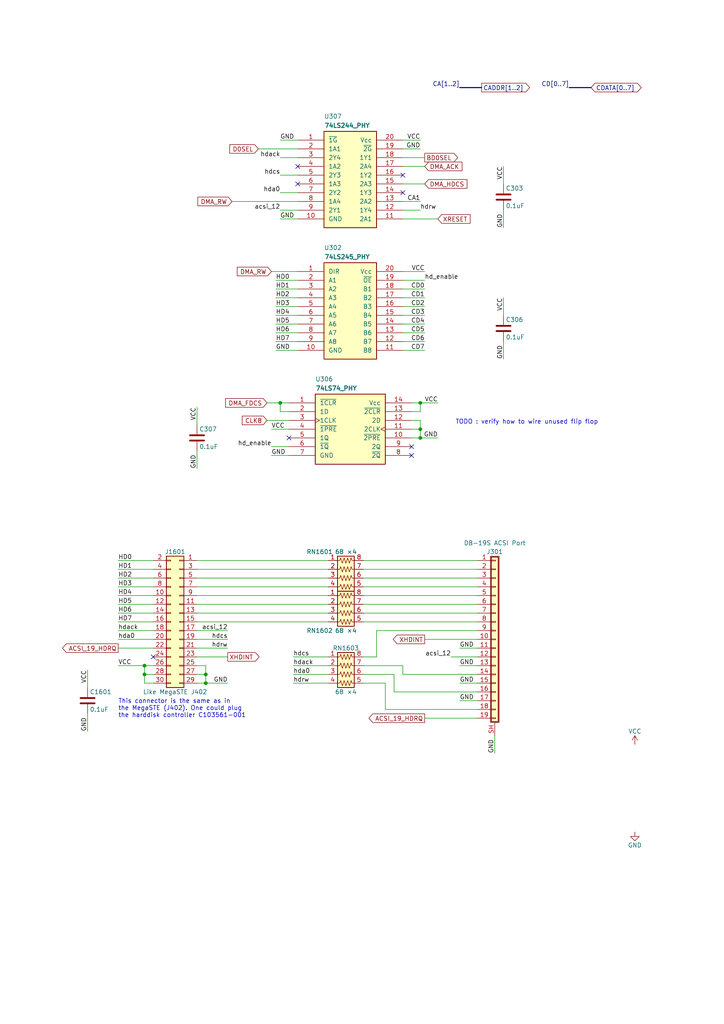
<source format=kicad_sch>
(kicad_sch (version 20211123) (generator eeschema)
  (paper "A4" portrait)
  (title_block (title "ReSTe mignon") (date "2022-07-13") (rev "mk0-0.1") (company "David SPORN") (comment 2 "original repository : https://github.com/sporniket/reste-mignon") (comment 4 "A remake of the Atari STe with some fixes applied and a target size of 25×18cm (B5)"))
  (lib_symbols
    (symbol "74x244:74LS244_PHY" (pin_names (offset 1.27))
      (property "Reference" "U" (at 0 0 0))
      (property "Value" "74LS244_PHY" (at 0 0 0))
      (symbol "74LS244_PHY_0_0"
        (rectangle (start -7.62 13.97) (end 7.62 -13.97) (stroke (width 0.254)) (fill (type background)))
        (pin input line (at -15.24 11.43 0) (length 7.62) (name "~{1G}") (number "1"))
        (pin power_in line (at -15.24 -11.43 0) (length 7.62) (name "GND") (number "10"))
        (pin input line (at 15.24 -11.43 180) (length 7.62) (name "2A1") (number "11"))
        (pin tri_state line (at 15.24 -8.89 180) (length 7.62) (name "1Y4") (number "12"))
        (pin input line (at 15.24 -6.35 180) (length 7.62) (name "2A2") (number "13"))
        (pin tri_state line (at 15.24 -3.81 180) (length 7.62) (name "1Y3") (number "14"))
        (pin input line (at 15.24 -1.27 180) (length 7.62) (name "2A3") (number "15"))
        (pin tri_state line (at 15.24 1.27 180) (length 7.62) (name "1Y2") (number "16"))
        (pin input line (at 15.24 3.81 180) (length 7.62) (name "2A4") (number "17"))
        (pin tri_state line (at 15.24 6.35 180) (length 7.62) (name "1Y1") (number "18"))
        (pin input line (at 15.24 8.89 180) (length 7.62) (name "~{2G}") (number "19"))
        (pin input line (at -15.24 8.89 0) (length 7.62) (name "1A1") (number "2"))
        (pin power_in line (at 15.24 11.43 180) (length 7.62) (name "Vcc") (number "20"))
        (pin tri_state line (at -15.24 6.35 0) (length 7.62) (name "2Y4") (number "3"))
        (pin input line (at -15.24 3.81 0) (length 7.62) (name "1A2") (number "4"))
        (pin tri_state line (at -15.24 1.27 0) (length 7.62) (name "2Y3") (number "5"))
        (pin input line (at -15.24 -1.27 0) (length 7.62) (name "1A3") (number "6"))
        (pin tri_state line (at -15.24 -3.81 0) (length 7.62) (name "2Y2") (number "7"))
        (pin input line (at -15.24 -6.35 0) (length 7.62) (name "1A4") (number "8"))
        (pin tri_state line (at -15.24 -8.89 0) (length 7.62) (name "2Y1") (number "9"))
      )
    )
    (symbol "74x245:74LS245_PHY" (pin_names (offset 1.27))
      (property "Reference" "U" (at 0 0 0))
      (property "Value" "74LS245_PHY" (at 0 0 0))
      (symbol "74LS245_PHY_0_0"
        (rectangle (start -7.62 13.97) (end 7.62 -13.97) (stroke (width 0.254)) (fill (type background)))
        (pin input line (at -15.24 11.43 0) (length 7.62) (name "DIR") (number "1"))
        (pin power_in line (at -15.24 -11.43 0) (length 7.62) (name "GND") (number "10"))
        (pin tri_state line (at 15.24 -11.43 180) (length 7.62) (name "B8") (number "11"))
        (pin tri_state line (at 15.24 -8.89 180) (length 7.62) (name "B7") (number "12"))
        (pin tri_state line (at 15.24 -6.35 180) (length 7.62) (name "B6") (number "13"))
        (pin tri_state line (at 15.24 -3.81 180) (length 7.62) (name "B5") (number "14"))
        (pin tri_state line (at 15.24 -1.27 180) (length 7.62) (name "B4") (number "15"))
        (pin tri_state line (at 15.24 1.27 180) (length 7.62) (name "B3") (number "16"))
        (pin tri_state line (at 15.24 3.81 180) (length 7.62) (name "B2") (number "17"))
        (pin tri_state line (at 15.24 6.35 180) (length 7.62) (name "B1") (number "18"))
        (pin input line (at 15.24 8.89 180) (length 7.62) (name "~{OE}") (number "19"))
        (pin tri_state line (at -15.24 8.89 0) (length 7.62) (name "A1") (number "2"))
        (pin power_in line (at 15.24 11.43 180) (length 7.62) (name "Vcc") (number "20"))
        (pin tri_state line (at -15.24 6.35 0) (length 7.62) (name "A2") (number "3"))
        (pin tri_state line (at -15.24 3.81 0) (length 7.62) (name "A3") (number "4"))
        (pin tri_state line (at -15.24 1.27 0) (length 7.62) (name "A4") (number "5"))
        (pin tri_state line (at -15.24 -1.27 0) (length 7.62) (name "A5") (number "6"))
        (pin tri_state line (at -15.24 -3.81 0) (length 7.62) (name "A6") (number "7"))
        (pin tri_state line (at -15.24 -6.35 0) (length 7.62) (name "A7") (number "8"))
        (pin tri_state line (at -15.24 -8.89 0) (length 7.62) (name "A8") (number "9"))
      )
    )
    (symbol "74x74:74LS74_PHY" (pin_names (offset 1.27))
      (property "Reference" "U" (at 0 0 0))
      (property "Value" "74LS74_PHY" (at 0 0 0))
      (symbol "74LS74_PHY_0_0"
        (rectangle (start -10.16 10.16) (end 10.16 -10.16) (stroke (width 0.254)) (fill (type background)))
        (pin input line (at -17.78 7.62 0) (length 7.62) (name "~{1CLR}") (number "1"))
        (pin input line (at 17.78 -2.54 180) (length 7.62) (name "~{2PRE}") (number "10"))
        (pin input clock (at 17.78 0 180) (length 7.62) (name "2CLK") (number "11"))
        (pin input line (at 17.78 2.54 180) (length 7.62) (name "2D") (number "12"))
        (pin input line (at 17.78 5.08 180) (length 7.62) (name "~{2CLR}") (number "13"))
        (pin power_in line (at 17.78 7.62 180) (length 7.62) (name "Vcc") (number "14"))
        (pin input line (at -17.78 5.08 0) (length 7.62) (name "1D") (number "2"))
        (pin input clock (at -17.78 2.54 0) (length 7.62) (name "1CLK") (number "3"))
        (pin input line (at -17.78 0 0) (length 7.62) (name "~{1PRE}") (number "4"))
        (pin output line (at -17.78 -2.54 0) (length 7.62) (name "1Q") (number "5"))
        (pin output line (at -17.78 -5.08 0) (length 7.62) (name "~{1Q}") (number "6"))
        (pin power_in line (at -17.78 -7.62 0) (length 7.62) (name "GND") (number "7"))
        (pin output line (at 17.78 -7.62 180) (length 7.62) (name "~{2Q}") (number "8"))
        (pin output line (at 17.78 -5.08 180) (length 7.62) (name "2Q") (number "9"))
      )
    )
    (symbol "Connector_Generic:Conn_02x15_Odd_Even" (pin_names (offset 1.016) hide)
      (property "Reference" "J" (at 1.27 20.32 0))
      (property "Value" "Conn_02x15_Odd_Even" (at 1.27 -20.32 0))
      (symbol "Conn_02x15_Odd_Even_1_1"
        (rectangle (start -1.27 -17.653) (end 0 -17.907) (stroke (width 0.1524)))
        (rectangle (start -1.27 -15.113) (end 0 -15.367) (stroke (width 0.1524)))
        (rectangle (start -1.27 -12.573) (end 0 -12.827) (stroke (width 0.1524)))
        (rectangle (start -1.27 -10.033) (end 0 -10.287) (stroke (width 0.1524)))
        (rectangle (start -1.27 -7.493) (end 0 -7.747) (stroke (width 0.1524)))
        (rectangle (start -1.27 -4.953) (end 0 -5.207) (stroke (width 0.1524)))
        (rectangle (start -1.27 -2.413) (end 0 -2.667) (stroke (width 0.1524)))
        (rectangle (start -1.27 0.127) (end 0 -0.127) (stroke (width 0.1524)))
        (rectangle (start -1.27 2.667) (end 0 2.413) (stroke (width 0.1524)))
        (rectangle (start -1.27 5.207) (end 0 4.953) (stroke (width 0.1524)))
        (rectangle (start -1.27 7.747) (end 0 7.493) (stroke (width 0.1524)))
        (rectangle (start -1.27 10.287) (end 0 10.033) (stroke (width 0.1524)))
        (rectangle (start -1.27 12.827) (end 0 12.573) (stroke (width 0.1524)))
        (rectangle (start -1.27 15.367) (end 0 15.113) (stroke (width 0.1524)))
        (rectangle (start -1.27 17.907) (end 0 17.653) (stroke (width 0.1524)))
        (rectangle (start -1.27 19.05) (end 3.81 -19.05) (stroke (width 0.254)) (fill (type background)))
        (rectangle (start 3.81 -17.653) (end 2.54 -17.907) (stroke (width 0.1524)))
        (rectangle (start 3.81 -15.113) (end 2.54 -15.367) (stroke (width 0.1524)))
        (rectangle (start 3.81 -12.573) (end 2.54 -12.827) (stroke (width 0.1524)))
        (rectangle (start 3.81 -10.033) (end 2.54 -10.287) (stroke (width 0.1524)))
        (rectangle (start 3.81 -7.493) (end 2.54 -7.747) (stroke (width 0.1524)))
        (rectangle (start 3.81 -4.953) (end 2.54 -5.207) (stroke (width 0.1524)))
        (rectangle (start 3.81 -2.413) (end 2.54 -2.667) (stroke (width 0.1524)))
        (rectangle (start 3.81 0.127) (end 2.54 -0.127) (stroke (width 0.1524)))
        (rectangle (start 3.81 2.667) (end 2.54 2.413) (stroke (width 0.1524)))
        (rectangle (start 3.81 5.207) (end 2.54 4.953) (stroke (width 0.1524)))
        (rectangle (start 3.81 7.747) (end 2.54 7.493) (stroke (width 0.1524)))
        (rectangle (start 3.81 10.287) (end 2.54 10.033) (stroke (width 0.1524)))
        (rectangle (start 3.81 12.827) (end 2.54 12.573) (stroke (width 0.1524)))
        (rectangle (start 3.81 15.367) (end 2.54 15.113) (stroke (width 0.1524)))
        (rectangle (start 3.81 17.907) (end 2.54 17.653) (stroke (width 0.1524)))
        (pin passive line (at -5.08 17.78 0) (length 3.81) (name "Pin_1") (number "1"))
        (pin passive line (at 7.62 7.62 180) (length 3.81) (name "Pin_10") (number "10"))
        (pin passive line (at -5.08 5.08 0) (length 3.81) (name "Pin_11") (number "11"))
        (pin passive line (at 7.62 5.08 180) (length 3.81) (name "Pin_12") (number "12"))
        (pin passive line (at -5.08 2.54 0) (length 3.81) (name "Pin_13") (number "13"))
        (pin passive line (at 7.62 2.54 180) (length 3.81) (name "Pin_14") (number "14"))
        (pin passive line (at -5.08 0 0) (length 3.81) (name "Pin_15") (number "15"))
        (pin passive line (at 7.62 0 180) (length 3.81) (name "Pin_16") (number "16"))
        (pin passive line (at -5.08 -2.54 0) (length 3.81) (name "Pin_17") (number "17"))
        (pin passive line (at 7.62 -2.54 180) (length 3.81) (name "Pin_18") (number "18"))
        (pin passive line (at -5.08 -5.08 0) (length 3.81) (name "Pin_19") (number "19"))
        (pin passive line (at 7.62 17.78 180) (length 3.81) (name "Pin_2") (number "2"))
        (pin passive line (at 7.62 -5.08 180) (length 3.81) (name "Pin_20") (number "20"))
        (pin passive line (at -5.08 -7.62 0) (length 3.81) (name "Pin_21") (number "21"))
        (pin passive line (at 7.62 -7.62 180) (length 3.81) (name "Pin_22") (number "22"))
        (pin passive line (at -5.08 -10.16 0) (length 3.81) (name "Pin_23") (number "23"))
        (pin passive line (at 7.62 -10.16 180) (length 3.81) (name "Pin_24") (number "24"))
        (pin passive line (at -5.08 -12.7 0) (length 3.81) (name "Pin_25") (number "25"))
        (pin passive line (at 7.62 -12.7 180) (length 3.81) (name "Pin_26") (number "26"))
        (pin passive line (at -5.08 -15.24 0) (length 3.81) (name "Pin_27") (number "27"))
        (pin passive line (at 7.62 -15.24 180) (length 3.81) (name "Pin_28") (number "28"))
        (pin passive line (at -5.08 -17.78 0) (length 3.81) (name "Pin_29") (number "29"))
        (pin passive line (at -5.08 15.24 0) (length 3.81) (name "Pin_3") (number "3"))
        (pin passive line (at 7.62 -17.78 180) (length 3.81) (name "Pin_30") (number "30"))
        (pin passive line (at 7.62 15.24 180) (length 3.81) (name "Pin_4") (number "4"))
        (pin passive line (at -5.08 12.7 0) (length 3.81) (name "Pin_5") (number "5"))
        (pin passive line (at 7.62 12.7 180) (length 3.81) (name "Pin_6") (number "6"))
        (pin passive line (at -5.08 10.16 0) (length 3.81) (name "Pin_7") (number "7"))
        (pin passive line (at 7.62 10.16 180) (length 3.81) (name "Pin_8") (number "8"))
        (pin passive line (at -5.08 7.62 0) (length 3.81) (name "Pin_9") (number "9"))
      )
    )
    (symbol "Connector_Generic_Shielded:Conn_01x19_Shielded" (pin_names (offset 1.016) hide)
      (property "Reference" "J" (at 0.254 25.146 0))
      (property "Value" "Conn_01x19_Shielded" (at 1.016 -25.146 0))
      (symbol "Conn_01x19_Shielded_1_1"
        (rectangle (start -1.27 24.13) (end 1.27 -24.13) (stroke (width 0.1524)))
        (rectangle (start -1.016 -22.733) (end 0.254 -22.987) (stroke (width 0.1524)))
        (rectangle (start -1.016 -20.193) (end 0.254 -20.447) (stroke (width 0.1524)))
        (rectangle (start -1.016 -17.653) (end 0.254 -17.907) (stroke (width 0.1524)))
        (rectangle (start -1.016 -15.113) (end 0.254 -15.367) (stroke (width 0.1524)))
        (rectangle (start -1.016 -12.573) (end 0.254 -12.827) (stroke (width 0.1524)))
        (rectangle (start -1.016 -10.033) (end 0.254 -10.287) (stroke (width 0.1524)))
        (rectangle (start -1.016 -7.493) (end 0.254 -7.747) (stroke (width 0.1524)))
        (rectangle (start -1.016 -4.953) (end 0.254 -5.207) (stroke (width 0.1524)))
        (rectangle (start -1.016 -2.413) (end 0.254 -2.667) (stroke (width 0.1524)))
        (rectangle (start -1.016 0.127) (end 0.254 -0.127) (stroke (width 0.1524)))
        (rectangle (start -1.016 2.667) (end 0.254 2.413) (stroke (width 0.1524)))
        (rectangle (start -1.016 5.207) (end 0.254 4.953) (stroke (width 0.1524)))
        (rectangle (start -1.016 7.747) (end 0.254 7.493) (stroke (width 0.1524)))
        (rectangle (start -1.016 10.287) (end 0.254 10.033) (stroke (width 0.1524)))
        (rectangle (start -1.016 12.827) (end 0.254 12.573) (stroke (width 0.1524)))
        (rectangle (start -1.016 15.367) (end 0.254 15.113) (stroke (width 0.1524)))
        (rectangle (start -1.016 17.907) (end 0.254 17.653) (stroke (width 0.1524)))
        (rectangle (start -1.016 20.447) (end 0.254 20.193) (stroke (width 0.1524)))
        (rectangle (start -1.016 22.987) (end 0.254 22.733) (stroke (width 0.1524)))
        (rectangle (start -1.016 23.876) (end 1.016 -23.876) (stroke (width 0.254)) (fill (type background)))
        (pin passive line (at -5.08 22.86 0) (length 4.064) (name "Pin_1") (number "1"))
        (pin passive line (at -5.08 0 0) (length 4.064) (name "Pin_10") (number "10"))
        (pin passive line (at -5.08 -2.54 0) (length 4.064) (name "Pin_11") (number "11"))
        (pin passive line (at -5.08 -5.08 0) (length 4.064) (name "Pin_12") (number "12"))
        (pin passive line (at -5.08 -7.62 0) (length 4.064) (name "Pin_13") (number "13"))
        (pin passive line (at -5.08 -10.16 0) (length 4.064) (name "Pin_14") (number "14"))
        (pin passive line (at -5.08 -12.7 0) (length 4.064) (name "Pin_15") (number "15"))
        (pin passive line (at -5.08 -15.24 0) (length 4.064) (name "Pin_16") (number "16"))
        (pin passive line (at -5.08 -17.78 0) (length 4.064) (name "Pin_17") (number "17"))
        (pin passive line (at -5.08 -20.32 0) (length 4.064) (name "Pin_18") (number "18"))
        (pin passive line (at -5.08 -22.86 0) (length 4.064) (name "Pin_19") (number "19"))
        (pin passive line (at -5.08 20.32 0) (length 4.064) (name "Pin_2") (number "2"))
        (pin passive line (at -5.08 17.78 0) (length 4.064) (name "Pin_3") (number "3"))
        (pin passive line (at -5.08 15.24 0) (length 4.064) (name "Pin_4") (number "4"))
        (pin passive line (at -5.08 12.7 0) (length 4.064) (name "Pin_5") (number "5"))
        (pin passive line (at -5.08 10.16 0) (length 4.064) (name "Pin_6") (number "6"))
        (pin passive line (at -5.08 7.62 0) (length 4.064) (name "Pin_7") (number "7"))
        (pin passive line (at -5.08 5.08 0) (length 4.064) (name "Pin_8") (number "8"))
        (pin passive line (at -5.08 2.54 0) (length 4.064) (name "Pin_9") (number "9"))
        (pin passive line (at 0 -27.94 90) (length 3.81) (name "Shield") (number "SH"))
      )
    )
    (symbol "Device:C" (pin_numbers hide) (pin_names (offset 0.254))
      (property "Reference" "C" (at 0.635 2.54 0))
      (property "Value" "C" (at 0.635 -2.54 0))
      (symbol "C_0_1"
        (polyline (pts (xy -2.032 -0.762) (xy 2.032 -0.762)) (stroke (width 0.508)))
        (polyline (pts (xy -2.032 0.762) (xy 2.032 0.762)) (stroke (width 0.508)))
      )
      (symbol "C_1_1"
        (pin passive line (at 0 3.81 270) (length 2.794) (name "~") (number "1"))
        (pin passive line (at 0 -3.81 90) (length 2.794) (name "~") (number "2"))
      )
    )
    (symbol "custom_passives:R_Pack04_US" (pin_names (offset 0) hide)
      (property "Reference" "RN" (at -7.62 0 90))
      (property "Value" "R_Pack04_US" (at 5.08 0 90))
      (symbol "R_Pack04_US_0_1"
        (rectangle (start -6.35 -2.413) (end 3.81 2.413) (stroke (width 0.254)) (fill (type background)))
        (polyline (pts (xy -5.08 -2.54) (xy -5.08 -1.905)))
        (polyline (pts (xy -5.08 1.905) (xy -5.08 2.54)))
        (polyline (pts (xy -2.54 -2.54) (xy -2.54 -1.905)))
        (polyline (pts (xy -2.54 1.905) (xy -2.54 2.54)))
        (polyline (pts (xy 0 -2.54) (xy 0 -1.905)))
        (polyline (pts (xy 0 1.905) (xy 0 2.54)))
        (polyline (pts (xy 2.54 -2.54) (xy 2.54 -1.905)))
        (polyline (pts (xy 2.54 1.905) (xy 2.54 2.54)))
        (polyline (pts (xy -5.08 -1.778) (xy -5.842 -1.524) (xy -4.318 -1.016) (xy -5.842 -0.508) (xy -4.318 0) (xy -5.842 0.508) (xy -4.318 1.016) (xy -5.842 1.524) (xy -5.08 1.778)))
        (polyline (pts (xy -2.54 -1.778) (xy -3.302 -1.524) (xy -1.778 -1.016) (xy -3.302 -0.508) (xy -1.778 0) (xy -3.302 0.508) (xy -1.778 1.016) (xy -3.302 1.524) (xy -2.54 1.778)))
      )
      (symbol "R_Pack04_US_1_1"
        (polyline (pts (xy 0 -1.778) (xy -0.762 -1.524) (xy 0.762 -1.016) (xy -0.762 -0.508) (xy 0.762 0) (xy -0.762 0.508) (xy 0.762 1.016) (xy -0.762 1.524) (xy 0 1.778)))
        (polyline (pts (xy 2.54 -1.778) (xy 1.778 -1.524) (xy 3.302 -1.016) (xy 1.778 -0.508) (xy 3.302 0) (xy 1.778 0.508) (xy 3.302 1.016) (xy 1.778 1.524) (xy 2.54 1.778)))
        (pin passive line (at -5.08 -5.08 90) (length 2.54) (name "R1.1") (number "1"))
        (pin passive line (at -2.54 -5.08 90) (length 2.54) (name "R2.1") (number "2"))
        (pin passive line (at 0 -5.08 90) (length 2.54) (name "R3.1") (number "3"))
        (pin passive line (at 2.54 -5.08 90) (length 2.54) (name "R4.1") (number "4"))
        (pin passive line (at 2.54 5.08 270) (length 2.54) (name "R4.2") (number "5"))
        (pin passive line (at 0 5.08 270) (length 2.54) (name "R3.2") (number "6"))
        (pin passive line (at -2.54 5.08 270) (length 2.54) (name "R2.2") (number "7"))
        (pin passive line (at -5.08 5.08 270) (length 2.54) (name "R1.2") (number "8"))
      )
    )
    (symbol "power:GND" (power) (pin_names (offset 0))
      (property "Value" "GND" (at 0 -3.81 0))
      (symbol "GND_0_1"
        (polyline (pts (xy 0 0) (xy 0 -1.27) (xy 1.27 -1.27) (xy 0 -2.54) (xy -1.27 -1.27) (xy 0 -1.27)))
      )
      (symbol "GND_1_1"
        (pin power_in line (at 0 0 270) (length 0) hide (name "GND") (number "1"))
      )
    )
    (symbol "power:VCC" (power) (pin_names (offset 0))
      (property "Value" "VCC" (at 0 3.81 0))
      (symbol "VCC_0_1"
        (polyline (pts (xy -0.762 1.27) (xy 0 2.54)))
        (polyline (pts (xy 0 0) (xy 0 2.54)))
        (polyline (pts (xy 0 2.54) (xy 0.762 1.27)))
      )
      (symbol "VCC_1_1"
        (pin power_in line (at 0 0 90) (length 0) hide (name "VCC") (number "1"))
      )
    )
  )
  (junction (at 121.92 127))
  (junction (at 41.91 195.58))
  (junction (at 121.92 124.46))
  (junction (at 59.69 198.12))
  (junction (at 121.92 116.84))
  (junction (at 81.28 116.84))
  (junction (at 41.91 193.04))
  (junction (at 59.69 195.58))
  (no_connect (at 116.84 55.88))
  (no_connect (at 119.38 129.54))
  (no_connect (at 116.84 50.8))
  (no_connect (at 119.38 132.08))
  (no_connect (at 44.45 190.5))
  (no_connect (at 86.36 53.34))
  (no_connect (at 83.82 127))
  (no_connect (at 86.36 48.26))
  (wire (pts (xy 80.01 83.82) (xy 86.36 83.82)))
  (wire (pts (xy 57.15 198.12) (xy 59.69 198.12)))
  (wire (pts (xy 34.29 172.72) (xy 44.45 172.72)))
  (wire (pts (xy 105.41 162.56) (xy 138.43 162.56)))
  (wire (pts (xy 44.45 198.12) (xy 41.91 198.12)))
  (wire (pts (xy 80.01 93.98) (xy 86.36 93.98)))
  (wire (pts (xy 80.01 101.6) (xy 86.36 101.6)))
  (wire (pts (xy 34.29 175.26) (xy 44.45 175.26)))
  (wire (pts (xy 34.29 165.1) (xy 44.45 165.1)))
  (wire (pts (xy 81.28 116.84) (xy 83.82 116.84)))
  (wire (pts (xy 78.74 129.54) (xy 83.82 129.54)))
  (wire (pts (xy 111.76 205.74) (xy 138.43 205.74)))
  (wire (pts (xy 41.91 195.58) (xy 41.91 193.04)))
  (wire (pts (xy 81.28 50.8) (xy 86.36 50.8)))
  (wire (pts (xy 105.41 198.12) (xy 111.76 198.12)))
  (wire (pts (xy 59.69 198.12) (xy 66.04 198.12)))
  (wire (pts (xy 116.84 60.96) (xy 121.92 60.96)))
  (wire (pts (xy 81.28 60.96) (xy 86.36 60.96)))
  (wire (pts (xy 57.15 193.04) (xy 59.69 193.04)))
  (wire (pts (xy 57.15 170.18) (xy 95.25 170.18)))
  (wire (pts (xy 25.4 194.31) (xy 25.4 199.39)))
  (bus (pts (xy 165.1 25.4) (xy 171.45 25.4)))
  (wire (pts (xy 105.41 177.8) (xy 138.43 177.8)))
  (wire (pts (xy 57.15 190.5) (xy 66.04 190.5)))
  (wire (pts (xy 105.41 170.18) (xy 138.43 170.18)))
  (wire (pts (xy 116.84 101.6) (xy 123.19 101.6)))
  (wire (pts (xy 85.09 198.12) (xy 95.25 198.12)))
  (wire (pts (xy 105.41 190.5) (xy 109.22 190.5)))
  (wire (pts (xy 114.3 195.58) (xy 114.3 200.66)))
  (wire (pts (xy 105.41 193.04) (xy 116.84 193.04)))
  (wire (pts (xy 105.41 195.58) (xy 114.3 195.58)))
  (wire (pts (xy 116.84 40.64) (xy 121.92 40.64)))
  (wire (pts (xy 85.09 195.58) (xy 95.25 195.58)))
  (wire (pts (xy 78.74 124.46) (xy 83.82 124.46)))
  (wire (pts (xy 67.31 58.42) (xy 86.36 58.42)))
  (wire (pts (xy 81.28 119.38) (xy 81.28 116.84)))
  (bus (pts (xy 133.35 25.4) (xy 139.7 25.4)))
  (wire (pts (xy 121.92 127) (xy 127 127)))
  (wire (pts (xy 80.01 91.44) (xy 86.36 91.44)))
  (wire (pts (xy 105.41 180.34) (xy 138.43 180.34)))
  (wire (pts (xy 123.19 208.28) (xy 138.43 208.28)))
  (wire (pts (xy 119.38 116.84) (xy 121.92 116.84)))
  (wire (pts (xy 83.82 119.38) (xy 81.28 119.38)))
  (wire (pts (xy 34.29 180.34) (xy 44.45 180.34)))
  (wire (pts (xy 130.81 190.5) (xy 138.43 190.5)))
  (wire (pts (xy 80.01 81.28) (xy 86.36 81.28)))
  (wire (pts (xy 34.29 185.42) (xy 44.45 185.42)))
  (wire (pts (xy 25.4 207.01) (xy 25.4 212.09)))
  (wire (pts (xy 116.84 63.5) (xy 127 63.5)))
  (wire (pts (xy 57.15 175.26) (xy 95.25 175.26)))
  (wire (pts (xy 121.92 124.46) (xy 121.92 127)))
  (wire (pts (xy 57.15 195.58) (xy 59.69 195.58)))
  (wire (pts (xy 34.29 177.8) (xy 44.45 177.8)))
  (wire (pts (xy 59.69 193.04) (xy 59.69 195.58)))
  (wire (pts (xy 114.3 200.66) (xy 138.43 200.66)))
  (wire (pts (xy 57.15 177.8) (xy 95.25 177.8)))
  (wire (pts (xy 34.29 167.64) (xy 44.45 167.64)))
  (wire (pts (xy 116.84 78.74) (xy 123.19 78.74)))
  (wire (pts (xy 133.35 203.2) (xy 138.43 203.2)))
  (wire (pts (xy 105.41 172.72) (xy 138.43 172.72)))
  (wire (pts (xy 116.84 48.26) (xy 123.19 48.26)))
  (wire (pts (xy 81.28 45.72) (xy 86.36 45.72)))
  (wire (pts (xy 116.84 81.28) (xy 123.19 81.28)))
  (wire (pts (xy 119.38 127) (xy 121.92 127)))
  (wire (pts (xy 41.91 193.04) (xy 44.45 193.04)))
  (wire (pts (xy 59.69 195.58) (xy 59.69 198.12)))
  (wire (pts (xy 66.04 182.88) (xy 57.15 182.88)))
  (wire (pts (xy 80.01 99.06) (xy 86.36 99.06)))
  (wire (pts (xy 116.84 45.72) (xy 123.19 45.72)))
  (wire (pts (xy 111.76 198.12) (xy 111.76 205.74)))
  (wire (pts (xy 80.01 86.36) (xy 86.36 86.36)))
  (wire (pts (xy 116.84 88.9) (xy 123.19 88.9)))
  (wire (pts (xy 121.92 116.84) (xy 127 116.84)))
  (wire (pts (xy 66.04 187.96) (xy 57.15 187.96)))
  (wire (pts (xy 116.84 195.58) (xy 116.84 193.04)))
  (wire (pts (xy 34.29 187.96) (xy 44.45 187.96)))
  (wire (pts (xy 116.84 58.42) (xy 121.92 58.42)))
  (wire (pts (xy 116.84 53.34) (xy 123.19 53.34)))
  (wire (pts (xy 57.15 167.64) (xy 95.25 167.64)))
  (wire (pts (xy 81.28 55.88) (xy 86.36 55.88)))
  (wire (pts (xy 146.05 48.26) (xy 146.05 53.34)))
  (wire (pts (xy 133.35 193.04) (xy 138.43 193.04)))
  (wire (pts (xy 85.09 190.5) (xy 95.25 190.5)))
  (wire (pts (xy 74.93 43.18) (xy 86.36 43.18)))
  (wire (pts (xy 81.28 40.64) (xy 86.36 40.64)))
  (wire (pts (xy 57.15 130.81) (xy 57.15 135.89)))
  (wire (pts (xy 105.41 175.26) (xy 138.43 175.26)))
  (wire (pts (xy 34.29 162.56) (xy 44.45 162.56)))
  (wire (pts (xy 109.22 190.5) (xy 109.22 182.88)))
  (wire (pts (xy 143.51 218.44) (xy 143.51 213.36)))
  (wire (pts (xy 146.05 86.36) (xy 146.05 91.44)))
  (wire (pts (xy 119.38 124.46) (xy 121.92 124.46)))
  (wire (pts (xy 105.41 167.64) (xy 138.43 167.64)))
  (wire (pts (xy 41.91 198.12) (xy 41.91 195.58)))
  (wire (pts (xy 44.45 195.58) (xy 41.91 195.58)))
  (wire (pts (xy 34.29 170.18) (xy 44.45 170.18)))
  (wire (pts (xy 121.92 119.38) (xy 119.38 119.38)))
  (wire (pts (xy 116.84 99.06) (xy 123.19 99.06)))
  (wire (pts (xy 116.84 83.82) (xy 123.19 83.82)))
  (wire (pts (xy 85.09 193.04) (xy 95.25 193.04)))
  (wire (pts (xy 57.15 180.34) (xy 95.25 180.34)))
  (wire (pts (xy 109.22 182.88) (xy 138.43 182.88)))
  (wire (pts (xy 146.05 99.06) (xy 146.05 104.14)))
  (wire (pts (xy 119.38 121.92) (xy 121.92 121.92)))
  (wire (pts (xy 81.28 63.5) (xy 86.36 63.5)))
  (wire (pts (xy 116.84 96.52) (xy 123.19 96.52)))
  (wire (pts (xy 57.15 185.42) (xy 66.04 185.42)))
  (wire (pts (xy 80.01 96.52) (xy 86.36 96.52)))
  (wire (pts (xy 116.84 93.98) (xy 123.19 93.98)))
  (wire (pts (xy 116.84 91.44) (xy 123.19 91.44)))
  (wire (pts (xy 116.84 43.18) (xy 121.92 43.18)))
  (wire (pts (xy 105.41 165.1) (xy 138.43 165.1)))
  (wire (pts (xy 57.15 118.11) (xy 57.15 123.19)))
  (wire (pts (xy 78.74 132.08) (xy 83.82 132.08)))
  (wire (pts (xy 133.35 187.96) (xy 138.43 187.96)))
  (wire (pts (xy 34.29 193.04) (xy 41.91 193.04)))
  (wire (pts (xy 123.19 185.42) (xy 138.43 185.42)))
  (wire (pts (xy 34.29 182.88) (xy 44.45 182.88)))
  (wire (pts (xy 116.84 86.36) (xy 123.19 86.36)))
  (wire (pts (xy 77.47 121.92) (xy 83.82 121.92)))
  (wire (pts (xy 57.15 162.56) (xy 95.25 162.56)))
  (wire (pts (xy 121.92 116.84) (xy 121.92 119.38)))
  (wire (pts (xy 57.15 172.72) (xy 95.25 172.72)))
  (wire (pts (xy 146.05 60.96) (xy 146.05 66.04)))
  (wire (pts (xy 121.92 121.92) (xy 121.92 124.46)))
  (wire (pts (xy 133.35 198.12) (xy 138.43 198.12)))
  (wire (pts (xy 80.01 88.9) (xy 86.36 88.9)))
  (wire (pts (xy 57.15 165.1) (xy 95.25 165.1)))
  (wire (pts (xy 78.74 78.74) (xy 86.36 78.74)))
  (wire (pts (xy 138.43 195.58) (xy 116.84 195.58)))
  (wire (pts (xy 81.28 116.84) (xy 77.47 116.84)))
  (text "This connector is the same as in \nthe MegaSTE (J402). One could plug \nthe harddisk controller C103561-001" (at 34.29 208.28 0) (effects (font (size 1.27 1.27)) (justify left bottom)))
  (text "TODO : verify how to wire unused flip flop" (at 132.08 123.19 0) (effects (font (size 1.27 1.27)) (justify left bottom)))
  (label "hdrw" (at 85.09 198.12 0))
  (label "CA[1..2]" (at 133.35 25.4 180))
  (label "HD1" (at 80.01 83.82 0))
  (label "HD5" (at 34.29 175.26 0))
  (label "VCC" (at 34.29 193.04 0))
  (label "hd_enable" (at 78.74 129.54 180))
  (label "GND" (at 80.01 101.6 0))
  (label "HD3" (at 80.01 88.9 0))
  (label "CA1" (at 121.92 58.42 180))
  (label "HD0" (at 80.01 81.28 0))
  (label "hdcs" (at 85.09 190.5 0))
  (label "HD4" (at 34.29 172.72 0))
  (label "VCC" (at 123.19 78.74 180))
  (label "GND" (at 146.05 104.14 90))
  (label "HD1" (at 34.29 165.1 0))
  (label "hdack" (at 85.09 193.04 0))
  (label "HD3" (at 34.29 170.18 0))
  (label "GND" (at 133.35 198.12 0))
  (label "VCC" (at 25.4 194.31 270))
  (label "HD7" (at 34.29 180.34 0))
  (label "VCC" (at 78.74 124.46 0))
  (label "acsi_12" (at 130.81 190.5 180))
  (label "hda0" (at 34.29 185.42 0))
  (label "GND" (at 66.04 198.12 180))
  (label "HD7" (at 80.01 99.06 0))
  (label "VCC" (at 146.05 48.26 270))
  (label "GND" (at 127 127 180))
  (label "hdcs" (at 66.04 185.42 180))
  (label "GND" (at 57.15 135.89 90))
  (label "HD5" (at 80.01 93.98 0))
  (label "GND" (at 133.35 187.96 0))
  (label "GND" (at 146.05 66.04 90))
  (label "hdrw" (at 121.92 60.96 0))
  (label "GND" (at 133.35 203.2 0))
  (label "acsi_12" (at 66.04 182.88 180))
  (label "CD0" (at 123.19 83.82 180))
  (label "acsi_12" (at 81.28 60.96 180))
  (label "CD[0..7]" (at 165.1 25.4 180))
  (label "GND" (at 143.51 218.44 90))
  (label "CD4" (at 123.19 93.98 180))
  (label "GND" (at 25.4 212.09 90))
  (label "HD4" (at 80.01 91.44 0))
  (label "GND" (at 81.28 63.5 0))
  (label "VCC" (at 121.92 40.64 180))
  (label "hd_enable" (at 123.19 81.28 0))
  (label "CD2" (at 123.19 88.9 180))
  (label "CD5" (at 123.19 96.52 180))
  (label "GND" (at 133.35 193.04 0))
  (label "hda0" (at 81.28 55.88 180))
  (label "CD6" (at 123.19 99.06 180))
  (label "hdack" (at 81.28 45.72 180))
  (label "CD7" (at 123.19 101.6 180))
  (label "hdcs" (at 81.28 50.8 180))
  (label "VCC" (at 57.15 118.11 270))
  (label "hda0" (at 85.09 195.58 0))
  (label "CD1" (at 123.19 86.36 180))
  (label "hdrw" (at 66.04 187.96 180))
  (label "GND" (at 81.28 40.64 0))
  (label "HD0" (at 34.29 162.56 0))
  (label "CD3" (at 123.19 91.44 180))
  (label "VCC" (at 127 116.84 180))
  (label "hdack" (at 34.29 182.88 0))
  (label "HD6" (at 34.29 177.8 0))
  (label "VCC" (at 146.05 86.36 270))
  (label "GND" (at 78.74 132.08 0))
  (label "GND" (at 121.92 43.18 180))
  (label "HD2" (at 80.01 86.36 0))
  (label "HD6" (at 80.01 96.52 0))
  (label "HD2" (at 34.29 167.64 0))
  (global_label "XHDINT" (shape output) (at 66.04 190.5 0) (property "Intersheet References" "${INTERSHEET_REFS}" (effects hide)))
  (global_label "DMA_RW" (shape input) (at 78.74 78.74 180) (property "Intersheet References" "${INTERSHEET_REFS}" (effects hide)))
  (global_label "DMA_HDCS" (shape input) (at 123.19 53.34 0) (property "Intersheet References" "${INTERSHEET_REFS}" (effects hide)))
  (global_label "XHDINT" (shape output) (at 123.19 185.42 180) (property "Intersheet References" "${INTERSHEET_REFS}" (effects hide)))
  (global_label "CLK8" (shape input) (at 77.47 121.92 180) (property "Intersheet References" "${INTERSHEET_REFS}" (effects hide)))
  (global_label "BD0SEL" (shape output) (at 123.19 45.72 0) (property "Intersheet References" "${INTERSHEET_REFS}" (effects hide)))
  (global_label "DMA_ACK" (shape input) (at 123.19 48.26 0) (property "Intersheet References" "${INTERSHEET_REFS}" (effects hide)))
  (global_label "ACSI_19_HDRQ" (shape output) (at 123.19 208.28 180) (property "Intersheet References" "${INTERSHEET_REFS}" (effects hide)))
  (global_label "ACSI_19_HDRQ" (shape output) (at 34.29 187.96 180) (property "Intersheet References" "${INTERSHEET_REFS}" (effects hide)))
  (global_label "CADDR[1..2]" (shape output) (at 139.7 25.4 0) (property "Intersheet References" "${INTERSHEET_REFS}" (effects hide)))
  (global_label "DMA_FDCS" (shape input) (at 77.47 116.84 180) (property "Intersheet References" "${INTERSHEET_REFS}" (effects hide)))
  (global_label "DMA_RW" (shape input) (at 67.31 58.42 180) (property "Intersheet References" "${INTERSHEET_REFS}" (effects hide)))
  (global_label "XRESET" (shape input) (at 127 63.5 0) (property "Intersheet References" "${INTERSHEET_REFS}" (effects hide)))
  (global_label "D0SEL" (shape input) (at 74.93 43.18 180) (property "Intersheet References" "${INTERSHEET_REFS}" (effects hide)))
  (global_label "CDATA[0..7]" (shape bidirectional) (at 171.45 25.4 0) (property "Intersheet References" "${INTERSHEET_REFS}" (effects hide)))
  (symbol (lib_id "74x244:74LS244_PHY") (at 101.6 52.07 0) (unit 1)
    (property "Reference" "U307" (at 93.98 33.02 0) (effects (justify left top)))
    (property "Value" "74LS244_PHY" (at 93.98 35.56 0) (effects (font bold) (justify left top)))
    (property "Footprint" "Package_DIP:DIP-20_W7.62mm_LongPads" (effects hide))
  )
  (symbol (lib_id "74x245:74LS245_PHY") (at 101.6 90.17 0) (unit 1)
    (property "Reference" "U302" (at 93.98 71.12 0) (effects (justify left top)))
    (property "Value" "74LS245_PHY" (at 93.98 73.66 0) (effects (font bold) (justify left top)))
    (property "Footprint" "Package_DIP:DIP-20_W7.62mm_LongPads" (effects hide))
  )
  (symbol (lib_id "Device:C") (at 146.05 57.15 0) (unit 1)
    (property "Reference" "C303" (at 146.685 54.61 0) (effects (justify left)))
    (property "Value" "0.1uF" (at 146.685 59.69 0) (effects (justify left)))
    (property "Footprint" "Capacitor_SMD:C_1206_3216Metric_Pad1.33x1.80mm_HandSolder" (effects hide))
  )
  (symbol (lib_id "Device:C") (at 146.05 95.25 0) (unit 1)
    (property "Reference" "C306" (at 146.685 92.71 0) (effects (justify left)))
    (property "Value" "0.1uF" (at 146.685 97.79 0) (effects (justify left)))
    (property "Footprint" "Capacitor_SMD:C_1206_3216Metric_Pad1.33x1.80mm_HandSolder" (effects hide))
  )
  (symbol (lib_id "Device:C") (at 57.15 127 0) (unit 1)
    (property "Reference" "C307" (at 57.785 124.46 0) (effects (justify left)))
    (property "Value" "0.1uF" (at 57.785 129.54 0) (effects (justify left)))
    (property "Footprint" "Capacitor_SMD:C_1206_3216Metric_Pad1.33x1.80mm_HandSolder" (effects hide))
  )
  (symbol (lib_id "Connector_Generic_Shielded:Conn_01x19_Shielded") (at 143.51 185.42 0) (unit 1)
    (property "Reference" "J301" (at 143.51 160.02 0))
    (property "Value" "DB-19S ACSI Port" (at 143.51 157.48 0))
    (property "Footprint" "atari-interconnect:DSUB-19_Female_Horizontal_P2.77x2.84mm_EdgePinOffset7.70mm_Housed_MountingHolesOffset9.12mm" (effects hide))
  )
  (symbol (lib_id "74x74:74LS74_PHY") (at 101.6 124.46 0) (unit 1)
    (property "Reference" "U306" (at 91.44 109.22 0) (effects (justify left top)))
    (property "Value" "74LS74_PHY" (at 91.44 111.76 0) (effects (font bold) (justify left top)))
    (property "Footprint" "Package_DIP:DIP-14_W7.62mm_LongPads" (effects hide))
  )
  (symbol (lib_id "custom_passives:R_Pack04_US") (at 100.33 167.64 270) (unit 1)
    (property "Reference" "RN1601" (at 92.71 160.02 90))
    (property "Value" "68 ×4" (at 100.33 160.02 90))
    (property "Footprint" "Resistor_SMD:R_Array_Convex_4x0603" (effects hide))
  )
  (symbol (lib_id "custom_passives:R_Pack04_US") (at 100.33 177.8 270) (unit 1)
    (property "Reference" "RN1602" (at 92.71 182.88 90))
    (property "Value" "68 ×4" (at 100.33 182.88 90))
    (property "Footprint" "Resistor_SMD:R_Array_Convex_4x0603" (effects hide))
  )
  (symbol (lib_id "custom_passives:R_Pack04_US") (at 100.33 195.58 270) (unit 1)
    (property "Reference" "RN1603" (at 100.33 187.96 90))
    (property "Value" "68 ×4" (at 100.33 200.66 90))
    (property "Footprint" "Resistor_SMD:R_Array_Convex_4x0603" (effects hide))
  )
  (symbol (lib_id "Connector_Generic:Conn_02x15_Odd_Even") (at 52.07 180.34 0) (mirror y) (unit 1)
    (property "Reference" "J1601" (at 50.8 160.02 0))
    (property "Value" "Like MegaSTE J402" (at 50.8 200.66 0))
    (property "Footprint" "Connector_PinHeader_2.54mm:PinHeader_2x15_P2.54mm_Vertical" (effects hide))
  )
  (symbol (lib_id "Device:C") (at 25.4 203.2 0) (unit 1)
    (property "Reference" "C1601" (at 26.035 200.66 0) (effects (justify left)))
    (property "Value" "0.1uF" (at 26.035 205.74 0) (effects (justify left)))
    (property "Footprint" "Capacitor_SMD:C_1206_3216Metric_Pad1.33x1.80mm_HandSolder" (effects hide))
  )
  (symbol (lib_id "power:GND") (at 184.15 241.3 0) (unit 1)
    (property "Reference" "#PWR0152" (effects hide))
    (property "Value" "GND" (at 184.15 245.11 0))
  )
  (symbol (lib_id "power:VCC") (at 184.15 215.9 0) (unit 1)
    (property "Reference" "#PWR0153" (effects hide))
    (property "Value" "VCC" (at 184.15 212.09 0))
  )
)
</source>
